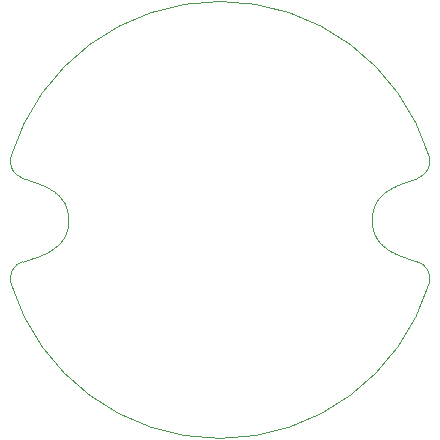
<source format=gbr>
G04 #@! TF.GenerationSoftware,KiCad,Pcbnew,(5.1.5)-3*
G04 #@! TF.CreationDate,2020-08-22T17:19:44-02:30*
G04 #@! TF.ProjectId,Thruster_Controller_V2,54687275-7374-4657-925f-436f6e74726f,rev?*
G04 #@! TF.SameCoordinates,Original*
G04 #@! TF.FileFunction,Profile,NP*
%FSLAX46Y46*%
G04 Gerber Fmt 4.6, Leading zero omitted, Abs format (unit mm)*
G04 Created by KiCad (PCBNEW (5.1.5)-3) date 2020-08-22 17:19:44*
%MOMM*%
%LPD*%
G04 APERTURE LIST*
%ADD10C,0.100000*%
G04 APERTURE END LIST*
D10*
X112939482Y-99035960D02*
X112920898Y-98952774D01*
X112920898Y-98952774D02*
X112904460Y-98868049D01*
X112904460Y-98868049D02*
X112889820Y-98779762D01*
X112889820Y-98779762D02*
X112877407Y-98690065D01*
X112877407Y-98690065D02*
X112867095Y-98597598D01*
X112867095Y-98597598D02*
X112859127Y-98503729D01*
X112859127Y-98503729D02*
X112853507Y-98406936D01*
X112853507Y-98406936D02*
X112850468Y-98307304D01*
X112850468Y-98307304D02*
X112850000Y-98250000D01*
X113201097Y-99711569D02*
X113165334Y-99645339D01*
X113165334Y-99645339D02*
X113131642Y-99578291D01*
X113131642Y-99578291D02*
X113098791Y-99507724D01*
X113098791Y-99507724D02*
X113068251Y-99436558D01*
X113068251Y-99436558D02*
X113039123Y-99362574D01*
X113039123Y-99362574D02*
X113012215Y-99287612D01*
X113012215Y-99287612D02*
X112987261Y-99210897D01*
X112987261Y-99210897D02*
X112964272Y-99132298D01*
X112964272Y-99132298D02*
X112943522Y-99052673D01*
X112943522Y-99052673D02*
X112939482Y-99035960D01*
X114126886Y-100701770D02*
X114067927Y-100659821D01*
X114067927Y-100659821D02*
X114006590Y-100614331D01*
X114006590Y-100614331D02*
X113949178Y-100569907D01*
X113949178Y-100569907D02*
X113891899Y-100523667D01*
X113891899Y-100523667D02*
X113837104Y-100477494D01*
X113837104Y-100477494D02*
X113781313Y-100428367D01*
X113781313Y-100428367D02*
X113728563Y-100379783D01*
X113728563Y-100379783D02*
X113676891Y-100329995D01*
X113676891Y-100329995D02*
X113625885Y-100278507D01*
X113625885Y-100278507D02*
X113572925Y-100222337D01*
X113572925Y-100222337D02*
X113524897Y-100168750D01*
X113524897Y-100168750D02*
X113478152Y-100113903D01*
X113478152Y-100113903D02*
X113432744Y-100057786D01*
X113432744Y-100057786D02*
X113388724Y-100000385D01*
X113388724Y-100000385D02*
X113344975Y-99940034D01*
X113344975Y-99940034D02*
X113303545Y-99879425D01*
X113303545Y-99879425D02*
X113264042Y-99818041D01*
X113264042Y-99818041D02*
X113225784Y-99754733D01*
X113225784Y-99754733D02*
X113201097Y-99711569D01*
X115350400Y-101321239D02*
X115277323Y-101292792D01*
X115277323Y-101292792D02*
X115205371Y-101264132D01*
X115205371Y-101264132D02*
X115128876Y-101232880D01*
X115128876Y-101232880D02*
X115057973Y-101203121D01*
X115057973Y-101203121D02*
X114985126Y-101171677D01*
X114985126Y-101171677D02*
X114911638Y-101138988D01*
X114911638Y-101138988D02*
X114840005Y-101106101D01*
X114840005Y-101106101D02*
X114771725Y-101073737D01*
X114771725Y-101073737D02*
X114702251Y-101039708D01*
X114702251Y-101039708D02*
X114633134Y-101004662D01*
X114633134Y-101004662D02*
X114564696Y-100968700D01*
X114564696Y-100968700D02*
X114496957Y-100931773D01*
X114496957Y-100931773D02*
X114430368Y-100894083D01*
X114430368Y-100894083D02*
X114365928Y-100856200D01*
X114365928Y-100856200D02*
X114302624Y-100817537D01*
X114302624Y-100817537D02*
X114235601Y-100774918D01*
X114235601Y-100774918D02*
X114175182Y-100734911D01*
X114175182Y-100734911D02*
X114126886Y-100701770D01*
X116709919Y-101779744D02*
X116629642Y-101754500D01*
X116629642Y-101754500D02*
X116543879Y-101727489D01*
X116543879Y-101727489D02*
X116447286Y-101696955D01*
X116447286Y-101696955D02*
X116361382Y-101669654D01*
X116361382Y-101669654D02*
X116278170Y-101643028D01*
X116278170Y-101643028D02*
X116197695Y-101617076D01*
X116197695Y-101617076D02*
X116111955Y-101589158D01*
X116111955Y-101589158D02*
X116031712Y-101562743D01*
X116031712Y-101562743D02*
X115951639Y-101536065D01*
X115951639Y-101536065D02*
X115867796Y-101507746D01*
X115867796Y-101507746D02*
X115791846Y-101481714D01*
X115791846Y-101481714D02*
X115712869Y-101454221D01*
X115712869Y-101454221D02*
X115633893Y-101426255D01*
X115633893Y-101426255D02*
X115559213Y-101399333D01*
X115559213Y-101399333D02*
X115482305Y-101371077D01*
X115482305Y-101371077D02*
X115408417Y-101343386D01*
X115408417Y-101343386D02*
X115350400Y-101321239D01*
X116709919Y-101779744D02*
G75*
G02X117694830Y-103648424I-449805J-1430970D01*
G01*
X117694831Y-103648425D02*
G75*
G02X82305169Y-103648424I-17694831J5398425D01*
G01*
X82305169Y-103648424D02*
G75*
G02X83290080Y-101779744I1434716J437710D01*
G01*
X84649599Y-101321239D02*
X84573951Y-101350041D01*
X84573951Y-101350041D02*
X84494756Y-101379559D01*
X84494756Y-101379559D02*
X84418543Y-101407399D01*
X84418543Y-101407399D02*
X84343757Y-101434216D01*
X84343757Y-101434216D02*
X84268479Y-101460751D01*
X84268479Y-101460751D02*
X84193239Y-101486853D01*
X84193239Y-101486853D02*
X84117576Y-101512714D01*
X84117576Y-101512714D02*
X84037688Y-101539638D01*
X84037688Y-101539638D02*
X83958927Y-101565837D01*
X83958927Y-101565837D02*
X83878665Y-101592223D01*
X83878665Y-101592223D02*
X83802298Y-101617076D01*
X83802298Y-101617076D02*
X83721822Y-101643028D01*
X83721822Y-101643028D02*
X83638613Y-101669654D01*
X83638613Y-101669654D02*
X83552709Y-101696955D01*
X83552709Y-101696955D02*
X83456117Y-101727489D01*
X83456117Y-101727489D02*
X83370352Y-101754500D01*
X83370352Y-101754500D02*
X83290080Y-101779744D01*
X85873113Y-100701770D02*
X85806401Y-100747268D01*
X85806401Y-100747268D02*
X85742701Y-100788908D01*
X85742701Y-100788908D02*
X85679917Y-100828344D01*
X85679917Y-100828344D02*
X85617556Y-100866042D01*
X85617556Y-100866042D02*
X85553945Y-100903088D01*
X85553945Y-100903088D02*
X85489803Y-100939092D01*
X85489803Y-100939092D02*
X85423546Y-100974968D01*
X85423546Y-100974968D02*
X85357365Y-101009549D01*
X85357365Y-101009549D02*
X85290554Y-101043284D01*
X85290554Y-101043284D02*
X85223128Y-101076209D01*
X85223128Y-101076209D02*
X85145343Y-101112910D01*
X85145343Y-101112910D02*
X85075121Y-101144948D01*
X85075121Y-101144948D02*
X85005559Y-101175745D01*
X85005559Y-101175745D02*
X84934982Y-101206110D01*
X84934982Y-101206110D02*
X84862293Y-101236527D01*
X84862293Y-101236527D02*
X84790179Y-101265922D01*
X84790179Y-101265922D02*
X84715639Y-101295555D01*
X84715639Y-101295555D02*
X84649599Y-101321239D01*
X86798902Y-99711569D02*
X86761927Y-99775502D01*
X86761927Y-99775502D02*
X86723318Y-99838079D01*
X86723318Y-99838079D02*
X86682933Y-99899591D01*
X86682933Y-99899591D02*
X86641583Y-99958938D01*
X86641583Y-99958938D02*
X86597866Y-100018193D01*
X86597866Y-100018193D02*
X86553934Y-100074547D01*
X86553934Y-100074547D02*
X86507909Y-100130541D01*
X86507909Y-100130541D02*
X86461438Y-100184260D01*
X86461438Y-100184260D02*
X86412596Y-100237976D01*
X86412596Y-100237976D02*
X86359023Y-100293989D01*
X86359023Y-100293989D02*
X86308858Y-100343945D01*
X86308858Y-100343945D02*
X86256395Y-100393851D01*
X86256395Y-100393851D02*
X86201359Y-100443857D01*
X86201359Y-100443857D02*
X86147760Y-100490439D01*
X86147760Y-100490439D02*
X86092190Y-100536704D01*
X86092190Y-100536704D02*
X86036214Y-100581378D01*
X86036214Y-100581378D02*
X85979377Y-100624905D01*
X85979377Y-100624905D02*
X85921193Y-100667684D01*
X85921193Y-100667684D02*
X85873113Y-100701770D01*
X87060517Y-99035960D02*
X87039801Y-99117367D01*
X87039801Y-99117367D02*
X87016881Y-99197335D01*
X87016881Y-99197335D02*
X86992216Y-99274516D01*
X86992216Y-99274516D02*
X86965553Y-99350015D01*
X86965553Y-99350015D02*
X86937452Y-99422561D01*
X86937452Y-99422561D02*
X86907625Y-99493233D01*
X86907625Y-99493233D02*
X86875233Y-99563959D01*
X86875233Y-99563959D02*
X86841441Y-99632227D01*
X86841441Y-99632227D02*
X86806191Y-99698435D01*
X86806191Y-99698435D02*
X86798902Y-99711569D01*
X87150000Y-98250000D02*
X87148544Y-98350832D01*
X87148544Y-98350832D02*
X87144452Y-98447517D01*
X87144452Y-98447517D02*
X87137951Y-98541581D01*
X87137951Y-98541581D02*
X87129063Y-98634638D01*
X87129063Y-98634638D02*
X87118009Y-98725200D01*
X87118009Y-98725200D02*
X87104885Y-98813387D01*
X87104885Y-98813387D02*
X87089817Y-98898950D01*
X87089817Y-98898950D02*
X87072277Y-98984625D01*
X87072277Y-98984625D02*
X87060517Y-99035960D01*
X87060517Y-97464039D02*
X87079251Y-97547962D01*
X87079251Y-97547962D02*
X87095669Y-97632700D01*
X87095669Y-97632700D02*
X87109994Y-97719078D01*
X87109994Y-97719078D02*
X87122535Y-97809539D01*
X87122535Y-97809539D02*
X87132619Y-97899572D01*
X87132619Y-97899572D02*
X87140641Y-97993141D01*
X87140641Y-97993141D02*
X87146488Y-98093059D01*
X87146488Y-98093059D02*
X87149525Y-98192689D01*
X87149525Y-98192689D02*
X87150000Y-98250000D01*
X86798902Y-96788430D02*
X86834658Y-96854653D01*
X86834658Y-96854653D02*
X86868346Y-96921700D01*
X86868346Y-96921700D02*
X86902120Y-96994334D01*
X86902120Y-96994334D02*
X86932809Y-97066034D01*
X86932809Y-97066034D02*
X86961832Y-97139990D01*
X86961832Y-97139990D02*
X86988413Y-97214246D01*
X86988413Y-97214246D02*
X87013375Y-97291178D01*
X87013375Y-97291178D02*
X87036504Y-97370534D01*
X87036504Y-97370534D02*
X87057578Y-97451855D01*
X87057578Y-97451855D02*
X87060517Y-97464039D01*
X85873113Y-95798229D02*
X85932465Y-95840460D01*
X85932465Y-95840460D02*
X85993402Y-95885661D01*
X85993402Y-95885661D02*
X86050811Y-95930084D01*
X86050811Y-95930084D02*
X86108090Y-95976323D01*
X86108090Y-95976323D02*
X86165399Y-96024663D01*
X86165399Y-96024663D02*
X86218677Y-96071622D01*
X86218677Y-96071622D02*
X86271428Y-96120208D01*
X86271428Y-96120208D02*
X86323575Y-96170464D01*
X86323575Y-96170464D02*
X86375265Y-96222681D01*
X86375265Y-96222681D02*
X86423908Y-96274223D01*
X86423908Y-96274223D02*
X86471798Y-96327479D01*
X86471798Y-96327479D02*
X86518207Y-96381724D01*
X86518207Y-96381724D02*
X86563306Y-96437216D01*
X86563306Y-96437216D02*
X86608057Y-96495312D01*
X86608057Y-96495312D02*
X86650749Y-96553914D01*
X86650749Y-96553914D02*
X86691960Y-96613828D01*
X86691960Y-96613828D02*
X86732087Y-96675780D01*
X86732087Y-96675780D02*
X86771111Y-96739980D01*
X86771111Y-96739980D02*
X86798902Y-96788430D01*
X84649599Y-95178760D02*
X84722670Y-95207201D01*
X84722670Y-95207201D02*
X84795257Y-95236117D01*
X84795257Y-95236117D02*
X84866705Y-95265287D01*
X84866705Y-95265287D02*
X84939517Y-95295808D01*
X84939517Y-95295808D02*
X85009904Y-95326145D01*
X85009904Y-95326145D02*
X85079738Y-95357118D01*
X85079738Y-95357118D02*
X85150228Y-95389348D01*
X85150228Y-95389348D02*
X85222522Y-95423490D01*
X85222522Y-95423490D02*
X85290554Y-95456711D01*
X85290554Y-95456711D02*
X85357365Y-95490443D01*
X85357365Y-95490443D02*
X85425897Y-95526276D01*
X85425897Y-95526276D02*
X85496060Y-95564352D01*
X85496060Y-95564352D02*
X85563155Y-95602183D01*
X85563155Y-95602183D02*
X85627238Y-95639709D01*
X85627238Y-95639709D02*
X85690055Y-95677911D01*
X85690055Y-95677911D02*
X85755503Y-95719316D01*
X85755503Y-95719316D02*
X85819595Y-95761567D01*
X85819595Y-95761567D02*
X85873113Y-95798229D01*
X83290080Y-94720255D02*
X83370352Y-94745494D01*
X83370352Y-94745494D02*
X83456117Y-94772505D01*
X83456117Y-94772505D02*
X83541973Y-94799637D01*
X83541973Y-94799637D02*
X83627875Y-94826919D01*
X83627875Y-94826919D02*
X83705718Y-94851796D01*
X83705718Y-94851796D02*
X83786208Y-94877710D01*
X83786208Y-94877710D02*
X83862595Y-94902518D01*
X83862595Y-94902518D02*
X83946898Y-94930181D01*
X83946898Y-94930181D02*
X84027019Y-94956786D01*
X84027019Y-94956786D02*
X84106937Y-94983670D01*
X84106937Y-94983670D02*
X84191914Y-95012683D01*
X84191914Y-95012683D02*
X84276566Y-95042070D01*
X84276566Y-95042070D02*
X84351645Y-95068581D01*
X84351645Y-95068581D02*
X84434241Y-95098283D01*
X84434241Y-95098283D02*
X84508584Y-95125541D01*
X84508584Y-95125541D02*
X84581877Y-95152939D01*
X84581877Y-95152939D02*
X84649599Y-95178760D01*
X83290080Y-94720255D02*
G75*
G02X82305169Y-92851575I449805J1430970D01*
G01*
X82305170Y-92851577D02*
G75*
G02X117694830Y-92851575I17694830J-5398423D01*
G01*
X117694830Y-92851575D02*
G75*
G02X116709919Y-94720255I-1434716J-437710D01*
G01*
X115350400Y-95178760D02*
X115424098Y-95150681D01*
X115424098Y-95150681D02*
X115497914Y-95123135D01*
X115497914Y-95123135D02*
X115576214Y-95094487D01*
X115576214Y-95094487D02*
X115654919Y-95066242D01*
X115654919Y-95066242D02*
X115770999Y-95025492D01*
X115770999Y-95025492D02*
X115854513Y-94996773D01*
X115854513Y-94996773D02*
X115930321Y-94971087D01*
X115930321Y-94971087D02*
X116012009Y-94943782D01*
X116012009Y-94943782D02*
X116095894Y-94916097D01*
X116095894Y-94916097D02*
X116178929Y-94889002D01*
X116178929Y-94889002D02*
X116256703Y-94863864D01*
X116256703Y-94863864D02*
X116335877Y-94838479D01*
X116335877Y-94838479D02*
X116425811Y-94809848D01*
X116425811Y-94809848D02*
X116511691Y-94782663D01*
X116511691Y-94782663D02*
X116597493Y-94755610D01*
X116597493Y-94755610D02*
X116683175Y-94728659D01*
X116683175Y-94728659D02*
X116709919Y-94720255D01*
X114126886Y-95798229D02*
X114186989Y-95757139D01*
X114186989Y-95757139D02*
X114248938Y-95716448D01*
X114248938Y-95716448D02*
X114311623Y-95676865D01*
X114311623Y-95676865D02*
X114375029Y-95638353D01*
X114375029Y-95638353D02*
X114439137Y-95600862D01*
X114439137Y-95600862D02*
X114503204Y-95564753D01*
X114503204Y-95564753D02*
X114569394Y-95528783D01*
X114569394Y-95528783D02*
X114637880Y-95492886D01*
X114637880Y-95492886D02*
X114704795Y-95459018D01*
X114704795Y-95459018D02*
X114774446Y-95424944D01*
X114774446Y-95424944D02*
X114849765Y-95389348D01*
X114849765Y-95389348D02*
X114918404Y-95357951D01*
X114918404Y-95357951D02*
X114988848Y-95326688D01*
X114988848Y-95326688D02*
X115059850Y-95296074D01*
X115059850Y-95296074D02*
X115132655Y-95265548D01*
X115132655Y-95265548D02*
X115204737Y-95236117D01*
X115204737Y-95236117D02*
X115279879Y-95206195D01*
X115279879Y-95206195D02*
X115350400Y-95178760D01*
X113201097Y-96788430D02*
X113238587Y-96723615D01*
X113238587Y-96723615D02*
X113277398Y-96660771D01*
X113277398Y-96660771D02*
X113317057Y-96600400D01*
X113317057Y-96600400D02*
X113358405Y-96541051D01*
X113358405Y-96541051D02*
X113402124Y-96481797D01*
X113402124Y-96481797D02*
X113446056Y-96425444D01*
X113446056Y-96425444D02*
X113493803Y-96367410D01*
X113493803Y-96367410D02*
X113540766Y-96313241D01*
X113540766Y-96313241D02*
X113589212Y-96260070D01*
X113589212Y-96260070D02*
X113640969Y-96206002D01*
X113640969Y-96206002D02*
X113691132Y-96156045D01*
X113691132Y-96156045D02*
X113743596Y-96106139D01*
X113743596Y-96106139D02*
X113798633Y-96056134D01*
X113798633Y-96056134D02*
X113854252Y-96007835D01*
X113854252Y-96007835D02*
X113912043Y-95959832D01*
X113912043Y-95959832D02*
X113967956Y-95915349D01*
X113967956Y-95915349D02*
X114024857Y-95871908D01*
X114024857Y-95871908D02*
X114082561Y-95829599D01*
X114082561Y-95829599D02*
X114126886Y-95798229D01*
X112939482Y-97464039D02*
X112959806Y-97384050D01*
X112959806Y-97384050D02*
X112982163Y-97305793D01*
X112982163Y-97305793D02*
X113006745Y-97228541D01*
X113006745Y-97228541D02*
X113033452Y-97152644D01*
X113033452Y-97152644D02*
X113061880Y-97079062D01*
X113061880Y-97079062D02*
X113092367Y-97006760D01*
X113092367Y-97006760D02*
X113123867Y-96937908D01*
X113123867Y-96937908D02*
X113157922Y-96868987D01*
X113157922Y-96868987D02*
X113193473Y-96802156D01*
X113193473Y-96802156D02*
X113201097Y-96788430D01*
X112850000Y-98250000D02*
X112851452Y-98149164D01*
X112851452Y-98149164D02*
X112855544Y-98052479D01*
X112855544Y-98052479D02*
X112862009Y-97958802D01*
X112862009Y-97958802D02*
X112870845Y-97866133D01*
X112870845Y-97866133D02*
X112881878Y-97775562D01*
X112881878Y-97775562D02*
X112894919Y-97687745D01*
X112894919Y-97687745D02*
X112910032Y-97601793D01*
X112910032Y-97601793D02*
X112927716Y-97515368D01*
X112927716Y-97515368D02*
X112939482Y-97464039D01*
M02*

</source>
